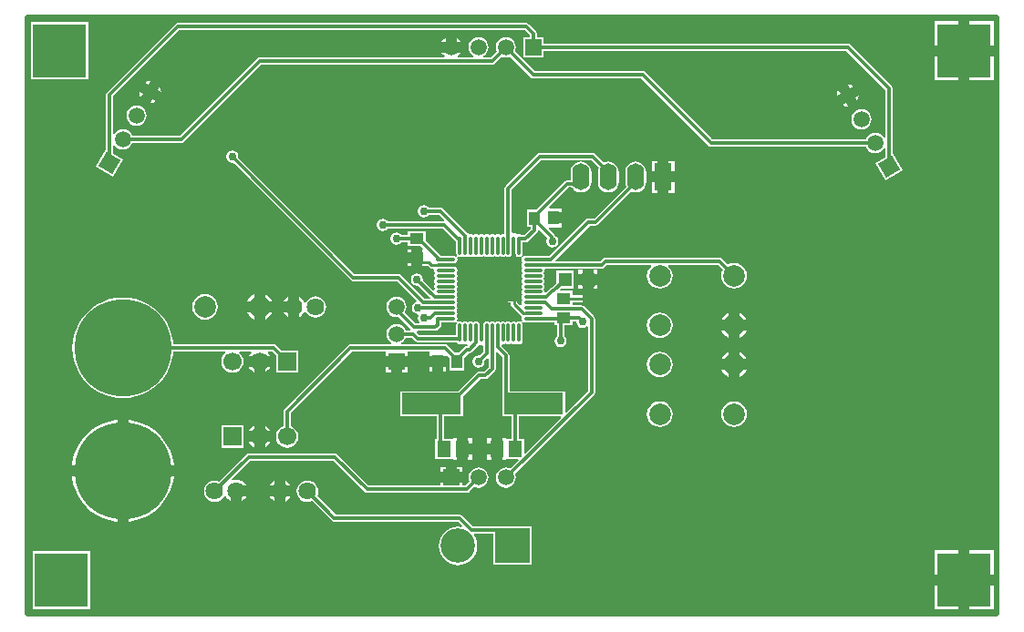
<source format=gbl>
G04*
G04 #@! TF.GenerationSoftware,Altium Limited,Altium Designer,19.1.5 (86)*
G04*
G04 Layer_Physical_Order=2*
G04 Layer_Color=16711680*
%FSLAX25Y25*%
%MOIN*%
G70*
G01*
G75*
%ADD13C,0.01000*%
%ADD14C,0.02000*%
%ADD16R,0.05000X0.05000*%
%ADD20R,0.05118X0.05906*%
%ADD47C,0.01200*%
%ADD48C,0.06693*%
%ADD49R,0.06693X0.06693*%
%ADD50O,0.06299X0.09843*%
%ADD51R,0.06299X0.09843*%
%ADD52C,0.05906*%
%ADD53R,0.05906X0.05906*%
%ADD54C,0.35433*%
%ADD55C,0.06400*%
%ADD56C,0.07900*%
%ADD57C,0.12598*%
%ADD58R,0.12598X0.12598*%
%ADD59P,0.08352X4X165.0*%
%ADD60R,0.05906X0.05906*%
%ADD61P,0.08352X4X105.0*%
%ADD62R,0.19685X0.19685*%
%ADD63R,0.19685X0.19685*%
%ADD64C,0.03000*%
%ADD65O,0.07087X0.01181*%
%ADD66O,0.01181X0.07087*%
%ADD67R,0.21654X0.07874*%
%ADD68R,0.05118X0.03937*%
%ADD69R,0.03937X0.05118*%
G36*
X354500Y276000D02*
Y57500D01*
X0D01*
X0Y57500D01*
Y276000D01*
X354500D01*
X354500Y276000D01*
D02*
G37*
%LPC*%
G36*
X353362Y274622D02*
X344520D01*
Y265779D01*
X353362D01*
Y274622D01*
D02*
G37*
G36*
X340520D02*
X331677D01*
Y265779D01*
X340520D01*
Y274622D01*
D02*
G37*
G36*
X22354Y274322D02*
X1268D01*
Y253237D01*
X22354D01*
Y274322D01*
D02*
G37*
G36*
X353362Y261779D02*
X344520D01*
Y252937D01*
X353362D01*
Y261779D01*
D02*
G37*
G36*
X340520D02*
X331677D01*
Y252937D01*
X340520D01*
Y261779D01*
D02*
G37*
G36*
X236650Y223421D02*
X234500D01*
Y219500D01*
X236650D01*
Y223421D01*
D02*
G37*
G36*
X230500D02*
X228350D01*
Y219500D01*
X230500D01*
Y223421D01*
D02*
G37*
G36*
X182500Y273826D02*
X55000D01*
X54493Y273725D01*
X54063Y273437D01*
X29063Y248437D01*
X28775Y248007D01*
X28675Y247500D01*
Y227676D01*
X28663Y227669D01*
X28663D01*
X25010Y221342D01*
X31337Y217690D01*
X34990Y224016D01*
X31326Y226132D01*
Y229312D01*
X31775Y229481D01*
X31826Y229477D01*
X32395Y228735D01*
X33158Y228149D01*
X34046Y227781D01*
X35000Y227656D01*
X35954Y227781D01*
X36842Y228149D01*
X37605Y228735D01*
X38191Y229498D01*
X38405Y230014D01*
X56340D01*
X56847Y230115D01*
X57277Y230402D01*
X85549Y258675D01*
X170039D01*
X170547Y258775D01*
X170977Y259063D01*
X173558Y261644D01*
X174046Y261441D01*
X175000Y261316D01*
X175954Y261441D01*
X176470Y261655D01*
X184063Y254063D01*
X184493Y253775D01*
X185000Y253675D01*
X224451D01*
X249063Y229063D01*
X249493Y228775D01*
X250000Y228675D01*
X306595D01*
X306809Y228158D01*
X307395Y227395D01*
X308158Y226809D01*
X309046Y226441D01*
X310000Y226316D01*
X310954Y226441D01*
X311842Y226809D01*
X312605Y227395D01*
X313175Y228137D01*
X313225Y228141D01*
X313674Y227973D01*
Y224792D01*
X310010Y222677D01*
X313663Y216350D01*
X319990Y220003D01*
X316337Y226329D01*
X316337D01*
X316325Y226336D01*
Y250000D01*
X316225Y250507D01*
X315937Y250937D01*
X300937Y265937D01*
X300507Y266225D01*
X300000Y266325D01*
X188653D01*
Y268653D01*
X186326D01*
Y270000D01*
X186225Y270507D01*
X185937Y270937D01*
X183437Y273437D01*
X183007Y273725D01*
X182500Y273826D01*
D02*
G37*
G36*
X75000Y227243D02*
X74142Y227072D01*
X73414Y226586D01*
X72928Y225858D01*
X72757Y225000D01*
X72928Y224142D01*
X73414Y223414D01*
X74142Y222928D01*
X75000Y222757D01*
X75307Y222818D01*
X118273Y179852D01*
X118703Y179565D01*
X119211Y179464D01*
X135121D01*
X142393Y172193D01*
X142247Y171714D01*
X142041Y171673D01*
X141313Y171187D01*
X140827Y170459D01*
X140656Y169601D01*
X140827Y168742D01*
X141313Y168015D01*
X142041Y167528D01*
X142764Y167385D01*
X142983Y167031D01*
X143023Y166873D01*
X142928Y166730D01*
X142757Y165871D01*
X142928Y165013D01*
X143387Y164325D01*
X143271Y163826D01*
X141968D01*
X137950Y167844D01*
X138191Y168158D01*
X138559Y169046D01*
X138684Y170000D01*
X138559Y170954D01*
X138191Y171842D01*
X137605Y172605D01*
X136842Y173191D01*
X135954Y173559D01*
X135000Y173684D01*
X134046Y173559D01*
X133158Y173191D01*
X132395Y172605D01*
X131809Y171842D01*
X131441Y170954D01*
X131316Y170000D01*
X131441Y169046D01*
X131809Y168158D01*
X132395Y167395D01*
X133158Y166809D01*
X134046Y166441D01*
X135000Y166316D01*
X135644Y166401D01*
X140219Y161826D01*
X140012Y161326D01*
X138405D01*
X138191Y161842D01*
X137605Y162605D01*
X136842Y163191D01*
X135954Y163559D01*
X135000Y163684D01*
X134046Y163559D01*
X133158Y163191D01*
X132395Y162605D01*
X131809Y161842D01*
X131441Y160954D01*
X131316Y160000D01*
X131441Y159046D01*
X131809Y158158D01*
X132395Y157395D01*
X133137Y156825D01*
X133141Y156775D01*
X132973Y156325D01*
X118203D01*
X117696Y156225D01*
X117266Y155937D01*
X94063Y132734D01*
X93775Y132304D01*
X93674Y131797D01*
Y126331D01*
X92959Y126035D01*
X92114Y125386D01*
X91465Y124541D01*
X91058Y123556D01*
X90919Y122500D01*
X91058Y121444D01*
X91465Y120459D01*
X92114Y119614D01*
X92959Y118965D01*
X93944Y118558D01*
X95000Y118419D01*
X96056Y118558D01*
X97041Y118965D01*
X97886Y119614D01*
X98535Y120459D01*
X98942Y121444D01*
X99081Y122500D01*
X98942Y123556D01*
X98535Y124541D01*
X97886Y125386D01*
X97041Y126035D01*
X96325Y126331D01*
Y131248D01*
X118752Y153674D01*
X131047D01*
Y152000D01*
X135000D01*
X138953D01*
Y153674D01*
X146579D01*
X147031Y153559D01*
Y152000D01*
X150000D01*
X152969D01*
Y152181D01*
X153430Y152372D01*
X154379Y151424D01*
Y146780D01*
X159716D01*
Y151424D01*
X161375Y153083D01*
X161590D01*
X162098Y153184D01*
X162528Y153472D01*
X165006Y155950D01*
X165207Y156251D01*
X165427Y156104D01*
X166047Y155981D01*
X166190Y156009D01*
X166690Y155599D01*
Y153565D01*
X165307Y152182D01*
X165000Y152243D01*
X164142Y152072D01*
X163414Y151586D01*
X162928Y150858D01*
X162757Y150000D01*
X162928Y149142D01*
X163414Y148414D01*
X164142Y147928D01*
X165000Y147757D01*
X165858Y147928D01*
X166586Y148414D01*
X167072Y149142D01*
X167243Y150000D01*
X167182Y150307D01*
X168197Y151322D01*
X168659Y151131D01*
Y148033D01*
X166951Y146326D01*
X165189D01*
X164682Y146225D01*
X164252Y145937D01*
X157451Y139137D01*
X136272D01*
Y129863D01*
X149811D01*
Y121653D01*
X149241D01*
Y114347D01*
X155634D01*
Y114047D01*
X157193D01*
Y118000D01*
Y121953D01*
X155634D01*
Y121653D01*
X152462D01*
Y129863D01*
X159326D01*
Y137262D01*
X165738Y143675D01*
X167500D01*
X168007Y143775D01*
X168437Y144063D01*
X170922Y146547D01*
X171209Y146977D01*
X171310Y147484D01*
Y153327D01*
X171772Y153518D01*
X173649Y151641D01*
Y137837D01*
X173674Y137709D01*
Y129863D01*
X177021D01*
Y121653D01*
X175213D01*
Y121953D01*
X173654D01*
Y118000D01*
Y114047D01*
X175213D01*
Y114347D01*
X179516D01*
X179708Y113885D01*
X176609Y110787D01*
X175954Y111059D01*
X175000Y111184D01*
X174046Y111059D01*
X173158Y110691D01*
X172395Y110105D01*
X171809Y109342D01*
X171441Y108454D01*
X171316Y107500D01*
X171441Y106546D01*
X171809Y105658D01*
X172395Y104895D01*
X173158Y104309D01*
X174046Y103941D01*
X175000Y103816D01*
X175954Y103941D01*
X176842Y104309D01*
X177605Y104895D01*
X178191Y105658D01*
X178559Y106546D01*
X178684Y107500D01*
X178559Y108454D01*
X178402Y108831D01*
X207237Y137666D01*
X207525Y138096D01*
X207626Y138603D01*
Y165619D01*
X207525Y166126D01*
X207237Y166556D01*
X203625Y170169D01*
X203195Y170456D01*
X202687Y170557D01*
X199559D01*
Y171776D01*
X202811D01*
X203000Y171493D01*
Y173000D01*
Y174507D01*
X202811Y174223D01*
X199559D01*
Y175969D01*
X195096D01*
X194905Y176430D01*
X195274Y176800D01*
X199800D01*
Y183200D01*
X193400D01*
Y178674D01*
X191859Y177133D01*
X191455Y177053D01*
X191025Y176766D01*
X189699Y175440D01*
X189534Y175466D01*
X189189Y175637D01*
X189113Y176019D01*
X188828Y176446D01*
Y176554D01*
X189113Y176981D01*
X189214Y177484D01*
X189113Y177988D01*
X188828Y178415D01*
Y178522D01*
X189113Y178949D01*
X189214Y179453D01*
X189113Y179956D01*
X189056Y180042D01*
X188855Y180437D01*
X189056Y180832D01*
X189113Y180918D01*
X189214Y181421D01*
X189113Y181925D01*
X188828Y182352D01*
Y182459D01*
X189113Y182886D01*
X189214Y183390D01*
X189185Y183533D01*
X189576Y184033D01*
X210012D01*
X210519Y184134D01*
X210949Y184421D01*
X211850Y185322D01*
X227958D01*
X228119Y184849D01*
X227943Y184714D01*
X227198Y183743D01*
X226729Y182612D01*
X226570Y181398D01*
X226729Y180184D01*
X227198Y179053D01*
X227943Y178081D01*
X228915Y177336D01*
X230046Y176867D01*
X231260Y176707D01*
X232474Y176867D01*
X233605Y177336D01*
X234576Y178081D01*
X235322Y179053D01*
X235790Y180184D01*
X235950Y181398D01*
X235790Y182612D01*
X235322Y183743D01*
X234576Y184714D01*
X234401Y184849D01*
X234561Y185322D01*
X252626D01*
X254317Y183631D01*
X253895Y182612D01*
X253735Y181398D01*
X253895Y180184D01*
X254363Y179053D01*
X255109Y178081D01*
X256080Y177336D01*
X257211Y176867D01*
X258425Y176707D01*
X259639Y176867D01*
X260770Y177336D01*
X261742Y178081D01*
X262487Y179053D01*
X262955Y180184D01*
X263115Y181398D01*
X262955Y182612D01*
X262487Y183743D01*
X261742Y184714D01*
X260770Y185459D01*
X259639Y185928D01*
X258425Y186088D01*
X257211Y185928D01*
X256192Y185506D01*
X254112Y187585D01*
X253682Y187872D01*
X253175Y187973D01*
X211301D01*
X210794Y187872D01*
X210364Y187585D01*
X209463Y186684D01*
X193293D01*
X193101Y187146D01*
X205675Y199719D01*
X207816D01*
X208323Y199820D01*
X208753Y200107D01*
X220879Y212233D01*
X221495Y211978D01*
X222500Y211845D01*
X223505Y211978D01*
X224441Y212366D01*
X225246Y212983D01*
X225863Y213787D01*
X226251Y214723D01*
X226383Y215728D01*
Y219272D01*
X226251Y220277D01*
X225863Y221213D01*
X225246Y222017D01*
X224441Y222634D01*
X223505Y223022D01*
X222500Y223154D01*
X221495Y223022D01*
X220559Y222634D01*
X219754Y222017D01*
X219137Y221213D01*
X218749Y220277D01*
X218617Y219272D01*
Y215728D01*
X218749Y214723D01*
X219005Y214107D01*
X207267Y202370D01*
X205126D01*
X204618Y202269D01*
X204188Y201982D01*
X190859Y188652D01*
X184945D01*
X184896Y188643D01*
X181992D01*
X181489Y188542D01*
X181310Y188423D01*
X181230Y188370D01*
X180870Y188730D01*
X180923Y188810D01*
X181042Y188989D01*
X181143Y189492D01*
Y192396D01*
X181152Y192445D01*
Y193560D01*
X182236D01*
X182744Y193660D01*
X183174Y193948D01*
X186390Y197164D01*
X186677Y197594D01*
X186755Y197986D01*
X187225Y198223D01*
X190193Y195255D01*
X189928Y194858D01*
X189757Y194000D01*
X189928Y193142D01*
X190414Y192414D01*
X191142Y191928D01*
X192000Y191757D01*
X192858Y191928D01*
X193586Y192414D01*
X194072Y193142D01*
X194243Y194000D01*
X194072Y194858D01*
X193586Y195586D01*
X192907Y196040D01*
X192880Y196175D01*
X192593Y196605D01*
X190718Y198479D01*
X190910Y198941D01*
X195468D01*
Y200500D01*
X192500D01*
Y204500D01*
X195468D01*
Y206059D01*
X190988D01*
X190797Y206521D01*
X198099Y213823D01*
X198810D01*
X198815Y213815D01*
X199245Y213528D01*
X199352Y213507D01*
X199754Y212983D01*
X200559Y212366D01*
X201495Y211978D01*
X202500Y211845D01*
X203505Y211978D01*
X204441Y212366D01*
X205246Y212983D01*
X205863Y213787D01*
X206251Y214723D01*
X206383Y215728D01*
Y219272D01*
X206251Y220277D01*
X205863Y221213D01*
X205246Y222017D01*
X204441Y222634D01*
X203505Y223022D01*
X202500Y223154D01*
X201495Y223022D01*
X200559Y222634D01*
X199754Y222017D01*
X199137Y221213D01*
X198749Y220277D01*
X198617Y219272D01*
Y216474D01*
X197550D01*
X197043Y216373D01*
X196613Y216086D01*
X186247Y205720D01*
X182784D01*
Y199202D01*
X184127D01*
Y198651D01*
X181687Y196211D01*
X180836D01*
X180757Y196328D01*
X180330Y196613D01*
X179827Y196713D01*
X179323Y196613D01*
X179171Y196511D01*
X179005Y196544D01*
X178479Y196896D01*
X177858Y197019D01*
X177715Y196991D01*
X177215Y197401D01*
Y212841D01*
X188049Y223675D01*
X206223D01*
X209005Y220893D01*
X208750Y220277D01*
X208617Y219272D01*
Y215728D01*
X208750Y214723D01*
X209137Y213787D01*
X209754Y212983D01*
X210559Y212366D01*
X211495Y211978D01*
X212500Y211845D01*
X213505Y211978D01*
X214441Y212366D01*
X215246Y212983D01*
X215863Y213787D01*
X216250Y214723D01*
X216383Y215728D01*
Y219272D01*
X216250Y220277D01*
X215863Y221213D01*
X215246Y222017D01*
X214441Y222634D01*
X213505Y223022D01*
X212500Y223154D01*
X211495Y223022D01*
X210879Y222767D01*
X207709Y225937D01*
X207279Y226225D01*
X206772Y226325D01*
X187500D01*
X186993Y226225D01*
X186563Y225937D01*
X174952Y214327D01*
X174665Y213897D01*
X174564Y213390D01*
Y197076D01*
X174064Y196685D01*
X173921Y196713D01*
X173418Y196613D01*
X173332Y196556D01*
X172937Y196355D01*
X172542Y196556D01*
X172456Y196613D01*
X171953Y196713D01*
X171449Y196613D01*
X171364Y196556D01*
X170968Y196355D01*
X170573Y196556D01*
X170488Y196613D01*
X169984Y196713D01*
X169481Y196613D01*
X169395Y196556D01*
X169000Y196355D01*
X168605Y196556D01*
X168519Y196613D01*
X168016Y196713D01*
X167512Y196613D01*
X167085Y196328D01*
X166978D01*
X166551Y196613D01*
X166047Y196713D01*
X165544Y196613D01*
X165458Y196556D01*
X165063Y196355D01*
X164668Y196556D01*
X164582Y196613D01*
X164079Y196713D01*
X163575Y196613D01*
X163490Y196556D01*
X163094Y196355D01*
X162699Y196556D01*
X162614Y196613D01*
X162110Y196713D01*
X161607Y196613D01*
X161159Y196915D01*
X161070Y197049D01*
X152182Y205937D01*
X151752Y206225D01*
X151244Y206326D01*
X146760D01*
X146586Y206586D01*
X145858Y207072D01*
X145000Y207243D01*
X144142Y207072D01*
X143414Y206586D01*
X142928Y205858D01*
X142757Y205000D01*
X142928Y204142D01*
X143414Y203414D01*
X144142Y202928D01*
X145000Y202757D01*
X145858Y202928D01*
X146586Y203414D01*
X146760Y203675D01*
X150696D01*
X152561Y201809D01*
X152554Y201751D01*
X152337Y201325D01*
X131760D01*
X131586Y201586D01*
X130858Y202072D01*
X130000Y202243D01*
X129142Y202072D01*
X128414Y201586D01*
X127928Y200858D01*
X127757Y200000D01*
X127928Y199142D01*
X128414Y198414D01*
X129142Y197928D01*
X130000Y197757D01*
X130858Y197928D01*
X131586Y198414D01*
X131760Y198674D01*
X151951D01*
X156563Y194063D01*
X156848Y193872D01*
Y192445D01*
X156857Y192396D01*
Y189492D01*
X156958Y188989D01*
X157077Y188810D01*
X157130Y188730D01*
X156770Y188370D01*
X156690Y188423D01*
X156511Y188542D01*
X156008Y188643D01*
X153104D01*
X153055Y188652D01*
X151225D01*
X151049Y188916D01*
X145759Y194206D01*
Y197669D01*
X139241D01*
Y196326D01*
X136760D01*
X136586Y196586D01*
X135858Y197072D01*
X135000Y197243D01*
X134142Y197072D01*
X133414Y196586D01*
X132928Y195858D01*
X132757Y195000D01*
X132928Y194142D01*
X133414Y193414D01*
X134142Y192928D01*
X135000Y192757D01*
X135858Y192928D01*
X136586Y193414D01*
X136760Y193675D01*
X139241D01*
Y192332D01*
X143885D01*
X144833Y191383D01*
X144641Y190921D01*
X144539D01*
Y187953D01*
Y184984D01*
X146098D01*
Y184984D01*
X146579Y184938D01*
X147024Y184493D01*
X147421Y184228D01*
X147889Y184135D01*
X148493D01*
X148835Y183635D01*
X148786Y183390D01*
X148887Y182886D01*
X149172Y182459D01*
Y182352D01*
X148887Y181925D01*
X148786Y181421D01*
X148887Y180918D01*
X148944Y180832D01*
X149145Y180437D01*
X148944Y180042D01*
X148887Y179956D01*
X148786Y179453D01*
X148887Y178949D01*
X149172Y178522D01*
Y178415D01*
X148887Y177988D01*
X148786Y177484D01*
X148887Y176981D01*
X148944Y176895D01*
X149109Y176570D01*
X148894Y176107D01*
X148406Y175969D01*
X144682Y179693D01*
X144743Y180000D01*
X144572Y180858D01*
X144086Y181586D01*
X143358Y182072D01*
X142500Y182243D01*
X141642Y182072D01*
X140914Y181586D01*
X140428Y180858D01*
X140257Y180000D01*
X140428Y179142D01*
X140914Y178414D01*
X141642Y177928D01*
X142500Y177757D01*
X142807Y177818D01*
X147259Y173366D01*
X147068Y172904D01*
X145430D01*
X136608Y181727D01*
X136178Y182014D01*
X135670Y182115D01*
X119760D01*
X77182Y224693D01*
X77243Y225000D01*
X77072Y225858D01*
X76586Y226586D01*
X75858Y227072D01*
X75000Y227243D01*
D02*
G37*
G36*
X236650Y215500D02*
X234500D01*
Y211579D01*
X236650D01*
Y215500D01*
D02*
G37*
G36*
X230500D02*
X228350D01*
Y211579D01*
X230500D01*
Y215500D01*
D02*
G37*
G36*
X140539Y190921D02*
X138980D01*
Y189953D01*
X140539D01*
Y190921D01*
D02*
G37*
G36*
Y185953D02*
X138980D01*
Y184984D01*
X140539D01*
Y185953D01*
D02*
G37*
G36*
X208500Y183500D02*
X207000D01*
Y182000D01*
X208500D01*
Y183500D01*
D02*
G37*
G36*
X203000D02*
X201500D01*
Y182000D01*
X203000D01*
Y183500D01*
D02*
G37*
G36*
X208500Y178000D02*
X207000D01*
Y176500D01*
X208500D01*
Y178000D01*
D02*
G37*
G36*
X203000D02*
X201500D01*
Y176500D01*
X203000D01*
Y178000D01*
D02*
G37*
G36*
X87000Y174529D02*
Y172000D01*
X89529D01*
X89324Y172496D01*
X88530Y173530D01*
X87496Y174324D01*
X87000Y174529D01*
D02*
G37*
G36*
X95500Y173718D02*
X95382Y173669D01*
X94504Y172995D01*
X93831Y172118D01*
X93782Y172000D01*
X95500D01*
Y173718D01*
D02*
G37*
G36*
X83000Y174529D02*
X82504Y174324D01*
X81470Y173530D01*
X80676Y172496D01*
X80471Y172000D01*
X83000D01*
Y174529D01*
D02*
G37*
G36*
X105374Y173934D02*
X104356Y173800D01*
X103407Y173407D01*
X102593Y172782D01*
X101967Y171967D01*
X101870Y171732D01*
X101329D01*
X101169Y172118D01*
X100496Y172995D01*
X99618Y173669D01*
X99500Y173718D01*
Y170000D01*
Y166282D01*
X99618Y166331D01*
X100496Y167005D01*
X101169Y167882D01*
X101329Y168268D01*
X101870D01*
X101967Y168033D01*
X102593Y167218D01*
X103407Y166593D01*
X104356Y166200D01*
X105374Y166066D01*
X106392Y166200D01*
X107341Y166593D01*
X108156Y167218D01*
X108781Y168033D01*
X109174Y168982D01*
X109308Y170000D01*
X109174Y171018D01*
X108781Y171967D01*
X108156Y172782D01*
X107341Y173407D01*
X106392Y173800D01*
X105374Y173934D01*
D02*
G37*
G36*
X95500Y168000D02*
X93782D01*
X93831Y167882D01*
X94504Y167005D01*
X95382Y166331D01*
X95500Y166282D01*
Y168000D01*
D02*
G37*
G36*
X89529D02*
X87000D01*
Y165471D01*
X87496Y165676D01*
X88530Y166470D01*
X89324Y167504D01*
X89529Y168000D01*
D02*
G37*
G36*
X83000D02*
X80471D01*
X80676Y167504D01*
X81470Y166470D01*
X82504Y165676D01*
X83000Y165471D01*
Y168000D01*
D02*
G37*
G36*
X65000Y174690D02*
X63786Y174530D01*
X62655Y174062D01*
X61684Y173316D01*
X60938Y172345D01*
X60470Y171214D01*
X60310Y170000D01*
X60470Y168786D01*
X60938Y167655D01*
X61684Y166684D01*
X62655Y165938D01*
X63786Y165470D01*
X65000Y165310D01*
X66214Y165470D01*
X67345Y165938D01*
X68316Y166684D01*
X69062Y167655D01*
X69530Y168786D01*
X69690Y170000D01*
X69530Y171214D01*
X69062Y172345D01*
X68316Y173316D01*
X67345Y174062D01*
X66214Y174530D01*
X65000Y174690D01*
D02*
G37*
G36*
X260425Y167817D02*
Y165287D01*
X262955D01*
X262749Y165784D01*
X261956Y166818D01*
X260922Y167611D01*
X260425Y167817D01*
D02*
G37*
G36*
X256425Y167817D02*
X255929Y167611D01*
X254895Y166818D01*
X254101Y165784D01*
X253896Y165287D01*
X256425D01*
Y167817D01*
D02*
G37*
G36*
Y161287D02*
X253896D01*
X254101Y160791D01*
X254895Y159757D01*
X255929Y158964D01*
X256425Y158758D01*
Y161287D01*
D02*
G37*
G36*
X262955D02*
X260425D01*
Y158758D01*
X260922Y158964D01*
X261956Y159757D01*
X262749Y160791D01*
X262955Y161287D01*
D02*
G37*
G36*
X231260Y167977D02*
X230046Y167818D01*
X228915Y167349D01*
X227943Y166604D01*
X227198Y165632D01*
X226729Y164501D01*
X226570Y163287D01*
X226729Y162074D01*
X227198Y160942D01*
X227943Y159971D01*
X228915Y159226D01*
X230046Y158757D01*
X231260Y158597D01*
X232474Y158757D01*
X233605Y159226D01*
X234576Y159971D01*
X235322Y160942D01*
X235790Y162074D01*
X235950Y163287D01*
X235790Y164501D01*
X235322Y165632D01*
X234576Y166604D01*
X233605Y167349D01*
X232474Y167818D01*
X231260Y167977D01*
D02*
G37*
G36*
X260425Y153427D02*
Y150898D01*
X262955D01*
X262749Y151394D01*
X261956Y152428D01*
X260922Y153221D01*
X260425Y153427D01*
D02*
G37*
G36*
X256425Y153427D02*
X255929Y153221D01*
X254895Y152428D01*
X254101Y151394D01*
X253896Y150898D01*
X256425D01*
Y153427D01*
D02*
G37*
G36*
X152969Y148000D02*
X152000D01*
Y146441D01*
X152969D01*
Y148000D01*
D02*
G37*
G36*
X148000D02*
X147031D01*
Y146441D01*
X148000D01*
Y148000D01*
D02*
G37*
G36*
X88876D02*
X87000D01*
Y146124D01*
X87192Y146203D01*
X88100Y146900D01*
X88797Y147808D01*
X88876Y148000D01*
D02*
G37*
G36*
X83000D02*
X81124D01*
X81203Y147808D01*
X81900Y146900D01*
X82808Y146203D01*
X83000Y146124D01*
Y148000D01*
D02*
G37*
G36*
X138953D02*
X137000D01*
Y146047D01*
X138953D01*
Y148000D01*
D02*
G37*
G36*
X133000D02*
X131047D01*
Y146047D01*
X133000D01*
Y148000D01*
D02*
G37*
G36*
X35000Y173456D02*
X32591Y173298D01*
X30223Y172827D01*
X27937Y172051D01*
X25772Y170983D01*
X23765Y169642D01*
X21950Y168050D01*
X20358Y166235D01*
X19017Y164228D01*
X17949Y162063D01*
X17173Y159777D01*
X16702Y157409D01*
X16544Y155000D01*
X16702Y152591D01*
X17173Y150223D01*
X17949Y147937D01*
X19017Y145772D01*
X20358Y143765D01*
X21950Y141950D01*
X23765Y140358D01*
X25772Y139017D01*
X27937Y137949D01*
X30223Y137173D01*
X32591Y136702D01*
X35000Y136544D01*
X37409Y136702D01*
X39777Y137173D01*
X42063Y137949D01*
X44228Y139017D01*
X46235Y140358D01*
X48050Y141950D01*
X49642Y143765D01*
X50983Y145772D01*
X52051Y147937D01*
X52827Y150223D01*
X53298Y152591D01*
X53369Y153674D01*
X72320D01*
X72490Y153174D01*
X72114Y152886D01*
X71465Y152041D01*
X71058Y151056D01*
X70919Y150000D01*
X71058Y148944D01*
X71465Y147959D01*
X72114Y147114D01*
X72959Y146465D01*
X73944Y146058D01*
X75000Y145919D01*
X76056Y146058D01*
X77041Y146465D01*
X77886Y147114D01*
X78535Y147959D01*
X78942Y148944D01*
X79081Y150000D01*
X78942Y151056D01*
X78535Y152041D01*
X77886Y152886D01*
X77510Y153174D01*
X77680Y153674D01*
X81871D01*
X82032Y153201D01*
X81900Y153100D01*
X81203Y152192D01*
X81124Y152000D01*
X85000D01*
X88876D01*
X88797Y152192D01*
X88100Y153100D01*
X87968Y153201D01*
X88129Y153674D01*
X89451D01*
X90953Y152172D01*
Y145954D01*
X99046D01*
Y154046D01*
X92828D01*
X90937Y155937D01*
X90507Y156225D01*
X90000Y156325D01*
X53369D01*
X53298Y157409D01*
X52827Y159777D01*
X52051Y162063D01*
X50983Y164228D01*
X49642Y166235D01*
X48050Y168050D01*
X46235Y169642D01*
X44228Y170983D01*
X42063Y172051D01*
X39777Y172827D01*
X37409Y173298D01*
X35000Y173456D01*
D02*
G37*
G36*
X256425Y146898D02*
X253896D01*
X254101Y146401D01*
X254895Y145367D01*
X255929Y144574D01*
X256425Y144368D01*
Y146898D01*
D02*
G37*
G36*
X262955D02*
X260425D01*
Y144368D01*
X260922Y144574D01*
X261956Y145367D01*
X262749Y146401D01*
X262955Y146898D01*
D02*
G37*
G36*
X231260Y153588D02*
X230046Y153428D01*
X228915Y152959D01*
X227943Y152214D01*
X227198Y151243D01*
X226729Y150111D01*
X226570Y148898D01*
X226729Y147684D01*
X227198Y146553D01*
X227943Y145581D01*
X228915Y144836D01*
X230046Y144367D01*
X231260Y144208D01*
X232474Y144367D01*
X233605Y144836D01*
X234576Y145581D01*
X235322Y146553D01*
X235790Y147684D01*
X235950Y148898D01*
X235790Y150111D01*
X235322Y151243D01*
X234576Y152214D01*
X233605Y152959D01*
X232474Y153428D01*
X231260Y153588D01*
D02*
G37*
G36*
X258425Y135477D02*
X257211Y135318D01*
X256080Y134849D01*
X255109Y134104D01*
X254363Y133133D01*
X253895Y132001D01*
X253735Y130787D01*
X253895Y129574D01*
X254363Y128442D01*
X255109Y127471D01*
X256080Y126726D01*
X257211Y126257D01*
X258425Y126097D01*
X259639Y126257D01*
X260770Y126726D01*
X261742Y127471D01*
X262487Y128442D01*
X262955Y129574D01*
X263115Y130787D01*
X262955Y132001D01*
X262487Y133133D01*
X261742Y134104D01*
X260770Y134849D01*
X259639Y135318D01*
X258425Y135477D01*
D02*
G37*
G36*
X231260D02*
X230046Y135318D01*
X228915Y134849D01*
X227943Y134104D01*
X227198Y133133D01*
X226729Y132001D01*
X226570Y130787D01*
X226729Y129574D01*
X227198Y128442D01*
X227943Y127471D01*
X228915Y126726D01*
X230046Y126257D01*
X231260Y126097D01*
X232474Y126257D01*
X233605Y126726D01*
X234576Y127471D01*
X235322Y128442D01*
X235790Y129574D01*
X235950Y130787D01*
X235790Y132001D01*
X235322Y133133D01*
X234576Y134104D01*
X233605Y134849D01*
X232474Y135318D01*
X231260Y135477D01*
D02*
G37*
G36*
X87000Y126376D02*
Y124500D01*
X88876D01*
X88797Y124692D01*
X88100Y125600D01*
X87192Y126297D01*
X87000Y126376D01*
D02*
G37*
G36*
X83000D02*
X82808Y126297D01*
X81900Y125600D01*
X81203Y124692D01*
X81124Y124500D01*
X83000D01*
Y126376D01*
D02*
G37*
G36*
X169654Y121953D02*
X168095D01*
Y120000D01*
X169654D01*
Y121953D01*
D02*
G37*
G36*
X162752D02*
X161193D01*
Y120000D01*
X162752D01*
Y121953D01*
D02*
G37*
G36*
X88876Y120500D02*
X87000D01*
Y118624D01*
X87192Y118703D01*
X88100Y119400D01*
X88797Y120308D01*
X88876Y120500D01*
D02*
G37*
G36*
X83000D02*
X81124D01*
X81203Y120308D01*
X81900Y119400D01*
X82808Y118703D01*
X83000Y118624D01*
Y120500D01*
D02*
G37*
G36*
X79046Y126547D02*
X70954D01*
Y118454D01*
X79046D01*
Y126547D01*
D02*
G37*
G36*
X169654Y116000D02*
X168095D01*
Y114047D01*
X169654D01*
Y116000D01*
D02*
G37*
G36*
X162752Y116000D02*
X161193D01*
Y114047D01*
X162752D01*
Y116000D01*
D02*
G37*
G36*
X37000Y128626D02*
Y112000D01*
X53626D01*
X53596Y112448D01*
X53118Y114855D01*
X52329Y117178D01*
X51244Y119378D01*
X49881Y121418D01*
X48263Y123263D01*
X46418Y124881D01*
X44378Y126244D01*
X42178Y127329D01*
X39855Y128118D01*
X37448Y128596D01*
X37000Y128626D01*
D02*
G37*
G36*
X33000D02*
X32552Y128596D01*
X30145Y128118D01*
X27822Y127329D01*
X25622Y126244D01*
X23582Y124881D01*
X21737Y123263D01*
X20119Y121418D01*
X18756Y119378D01*
X17671Y117178D01*
X16882Y114855D01*
X16404Y112448D01*
X16374Y112000D01*
X33000D01*
Y128626D01*
D02*
G37*
G36*
X158953Y111453D02*
X157000D01*
Y109500D01*
X158953D01*
Y111453D01*
D02*
G37*
G36*
X153000D02*
X151047D01*
Y109500D01*
X153000D01*
Y111453D01*
D02*
G37*
G36*
X94500Y106218D02*
Y104500D01*
X96218D01*
X96169Y104618D01*
X95495Y105496D01*
X94618Y106169D01*
X94500Y106218D01*
D02*
G37*
G36*
X90500D02*
X90382Y106169D01*
X89504Y105496D01*
X88831Y104618D01*
X88782Y104500D01*
X90500D01*
Y106218D01*
D02*
G37*
G36*
X112500Y116325D02*
X81063D01*
X80556Y116225D01*
X80126Y115937D01*
X70223Y106034D01*
X69581Y106300D01*
X68563Y106434D01*
X67545Y106300D01*
X66596Y105907D01*
X65781Y105281D01*
X65156Y104467D01*
X64763Y103518D01*
X64629Y102500D01*
X64763Y101482D01*
X65156Y100533D01*
X65781Y99718D01*
X66596Y99093D01*
X67545Y98700D01*
X68563Y98566D01*
X69581Y98700D01*
X70530Y99093D01*
X71345Y99718D01*
X71970Y100533D01*
X72067Y100768D01*
X72608D01*
X72768Y100382D01*
X73441Y99505D01*
X74319Y98831D01*
X74437Y98782D01*
Y102500D01*
X76437D01*
Y104500D01*
X80155D01*
X80106Y104618D01*
X79432Y105496D01*
X78555Y106169D01*
X77533Y106592D01*
X76437Y106736D01*
X75341Y106592D01*
X75163Y106518D01*
X74880Y106942D01*
X81612Y113674D01*
X111951D01*
X123316Y102310D01*
X123746Y102023D01*
X124253Y101922D01*
X160747D01*
X161255Y102023D01*
X161685Y102310D01*
X163530Y104155D01*
X164046Y103941D01*
X165000Y103816D01*
X165954Y103941D01*
X166842Y104309D01*
X167605Y104895D01*
X168191Y105658D01*
X168559Y106546D01*
X168684Y107500D01*
X168559Y108454D01*
X168191Y109342D01*
X167605Y110105D01*
X166842Y110691D01*
X165954Y111059D01*
X165000Y111184D01*
X164046Y111059D01*
X163158Y110691D01*
X162395Y110105D01*
X161809Y109342D01*
X161441Y108454D01*
X161316Y107500D01*
X161441Y106546D01*
X161655Y106030D01*
X160198Y104573D01*
X158953D01*
Y105500D01*
X151047D01*
Y104573D01*
X124802D01*
X113437Y115937D01*
X113007Y116225D01*
X112500Y116325D01*
D02*
G37*
G36*
X96218Y100500D02*
X94500D01*
Y98782D01*
X94618Y98831D01*
X95495Y99505D01*
X96169Y100382D01*
X96218Y100500D01*
D02*
G37*
G36*
X80155D02*
X78437D01*
Y98782D01*
X78555Y98831D01*
X79432Y99505D01*
X80106Y100382D01*
X80155Y100500D01*
D02*
G37*
G36*
X90500D02*
X88782D01*
X88831Y100382D01*
X89504Y99505D01*
X90382Y98831D01*
X90500Y98782D01*
Y100500D01*
D02*
G37*
G36*
X53626Y108000D02*
X37000D01*
Y91374D01*
X37448Y91404D01*
X39855Y91882D01*
X42178Y92671D01*
X44378Y93756D01*
X46418Y95119D01*
X48263Y96737D01*
X49881Y98582D01*
X51244Y100622D01*
X52329Y102822D01*
X53118Y105145D01*
X53596Y107552D01*
X53626Y108000D01*
D02*
G37*
G36*
X33000D02*
X16374D01*
X16404Y107552D01*
X16882Y105145D01*
X17671Y102822D01*
X18756Y100622D01*
X20119Y98582D01*
X21737Y96737D01*
X23582Y95119D01*
X25622Y93756D01*
X27822Y92671D01*
X30145Y91882D01*
X32552Y91404D01*
X33000Y91374D01*
Y108000D01*
D02*
G37*
G36*
X102500Y106434D02*
X101482Y106300D01*
X100533Y105907D01*
X99718Y105281D01*
X99093Y104467D01*
X98700Y103518D01*
X98566Y102500D01*
X98700Y101482D01*
X99093Y100533D01*
X99718Y99718D01*
X100533Y99093D01*
X101482Y98700D01*
X102500Y98566D01*
X103518Y98700D01*
X104159Y98966D01*
X111263Y91863D01*
X111693Y91575D01*
X112200Y91474D01*
X157398D01*
X159041Y89832D01*
X158756Y89409D01*
X157500Y89533D01*
X156128Y89398D01*
X154809Y88998D01*
X153593Y88348D01*
X152527Y87473D01*
X151652Y86407D01*
X151002Y85191D01*
X150602Y83872D01*
X150467Y82500D01*
X150602Y81128D01*
X151002Y79809D01*
X151652Y78593D01*
X152527Y77527D01*
X153593Y76652D01*
X154809Y76002D01*
X156128Y75602D01*
X157500Y75467D01*
X158872Y75602D01*
X160191Y76002D01*
X161407Y76652D01*
X162473Y77527D01*
X163348Y78593D01*
X163998Y79809D01*
X164398Y81128D01*
X164533Y82500D01*
X164398Y83872D01*
X163998Y85191D01*
X163366Y86374D01*
X163444Y86651D01*
X163550Y86874D01*
X170501D01*
Y75501D01*
X184499D01*
Y89499D01*
X171929D01*
X171801Y89525D01*
X163097D01*
X158884Y93737D01*
X158454Y94025D01*
X157947Y94125D01*
X112749D01*
X106034Y100840D01*
X106300Y101482D01*
X106434Y102500D01*
X106300Y103518D01*
X105907Y104467D01*
X105281Y105281D01*
X104467Y105907D01*
X103518Y106300D01*
X102500Y106434D01*
D02*
G37*
G36*
X353343Y80843D02*
X344500D01*
Y72000D01*
X353343D01*
Y80843D01*
D02*
G37*
G36*
X340500D02*
X331658D01*
Y72000D01*
X340500D01*
Y80843D01*
D02*
G37*
G36*
X23043Y80542D02*
X1957D01*
Y59457D01*
X23043D01*
Y80542D01*
D02*
G37*
G36*
X353343Y68000D02*
X344500D01*
Y59158D01*
X353343D01*
Y68000D01*
D02*
G37*
G36*
X340500D02*
X331658D01*
Y59158D01*
X340500D01*
Y68000D01*
D02*
G37*
%LPD*%
G36*
X183675Y269451D02*
Y268653D01*
X181347D01*
Y261347D01*
X188653D01*
Y263674D01*
X299451D01*
X313674Y249451D01*
Y232027D01*
X313225Y231859D01*
X313175Y231863D01*
X312605Y232605D01*
X311842Y233191D01*
X310954Y233559D01*
X310000Y233684D01*
X309046Y233559D01*
X308158Y233191D01*
X307395Y232605D01*
X306809Y231842D01*
X306595Y231326D01*
X250549D01*
X225937Y255937D01*
X225507Y256225D01*
X225000Y256326D01*
X185549D01*
X178345Y263530D01*
X178559Y264046D01*
X178684Y265000D01*
X178559Y265954D01*
X178191Y266842D01*
X177605Y267605D01*
X176842Y268191D01*
X175954Y268559D01*
X175000Y268684D01*
X174046Y268559D01*
X173158Y268191D01*
X172395Y267605D01*
X171809Y266842D01*
X171441Y265954D01*
X171316Y265000D01*
X171441Y264046D01*
X171667Y263502D01*
X169490Y261326D01*
X167027D01*
X166859Y261775D01*
X166863Y261825D01*
X167605Y262395D01*
X168191Y263158D01*
X168559Y264046D01*
X168684Y265000D01*
X168559Y265954D01*
X168191Y266842D01*
X167605Y267605D01*
X166842Y268191D01*
X165954Y268559D01*
X165000Y268684D01*
X164046Y268559D01*
X163158Y268191D01*
X162395Y267605D01*
X161809Y266842D01*
X161441Y265954D01*
X161316Y265000D01*
X161441Y264046D01*
X161809Y263158D01*
X162395Y262395D01*
X163137Y261825D01*
X163141Y261775D01*
X162973Y261326D01*
X157526D01*
X157356Y261825D01*
X157819Y262181D01*
X158448Y263000D01*
X155000D01*
X151552D01*
X152181Y262181D01*
X152644Y261825D01*
X152474Y261326D01*
X85000D01*
X84493Y261225D01*
X84063Y260937D01*
X55791Y232665D01*
X38405D01*
X38191Y233182D01*
X37605Y233945D01*
X36842Y234530D01*
X35954Y234898D01*
X35000Y235024D01*
X34046Y234898D01*
X33158Y234530D01*
X32395Y233945D01*
X31826Y233203D01*
X31775Y233199D01*
X31326Y233367D01*
Y246951D01*
X55549Y271175D01*
X181951D01*
X183675Y269451D01*
D02*
G37*
%LPC*%
G36*
X157000Y268448D02*
Y267000D01*
X158448D01*
X157819Y267819D01*
X157000Y268448D01*
D02*
G37*
G36*
X153000D02*
X152181Y267819D01*
X151552Y267000D01*
X153000D01*
Y268448D01*
D02*
G37*
G36*
X44992Y252646D02*
X43968Y252511D01*
X43014Y252116D01*
X44268Y251392D01*
X44992Y252646D01*
D02*
G37*
G36*
X300008Y251306D02*
X300732Y250052D01*
X301986Y250776D01*
X301032Y251171D01*
X300008Y251306D01*
D02*
G37*
G36*
X48456Y250646D02*
X47732Y249392D01*
X48986Y248668D01*
X48851Y249692D01*
X48456Y250646D01*
D02*
G37*
G36*
X296544Y249306D02*
X296149Y248352D01*
X296014Y247329D01*
X297268Y248053D01*
X296544Y249306D01*
D02*
G37*
G36*
X41014Y248652D02*
X41149Y247628D01*
X41544Y246674D01*
X42268Y247928D01*
X41014Y248652D01*
D02*
G37*
G36*
X303986Y247312D02*
X302732Y246588D01*
X303456Y245335D01*
X303851Y246289D01*
X303986Y247312D01*
D02*
G37*
G36*
X45732Y245928D02*
X45008Y244674D01*
X46032Y244809D01*
X46986Y245204D01*
X45732Y245928D01*
D02*
G37*
G36*
X299268Y244588D02*
X298014Y243865D01*
X298968Y243470D01*
X299992Y243335D01*
X299268Y244588D01*
D02*
G37*
G36*
X40000Y243684D02*
X39046Y243559D01*
X38158Y243191D01*
X37395Y242605D01*
X36809Y241842D01*
X36441Y240954D01*
X36316Y240000D01*
X36441Y239046D01*
X36809Y238158D01*
X37395Y237395D01*
X38158Y236809D01*
X39046Y236441D01*
X40000Y236316D01*
X40954Y236441D01*
X41842Y236809D01*
X42605Y237395D01*
X43191Y238158D01*
X43559Y239046D01*
X43684Y240000D01*
X43559Y240954D01*
X43191Y241842D01*
X42605Y242605D01*
X41842Y243191D01*
X40954Y243559D01*
X40000Y243684D01*
D02*
G37*
G36*
X305000Y242344D02*
X304046Y242219D01*
X303158Y241851D01*
X302395Y241265D01*
X301809Y240502D01*
X301441Y239614D01*
X301316Y238660D01*
X301441Y237707D01*
X301809Y236818D01*
X302395Y236055D01*
X303158Y235470D01*
X304046Y235102D01*
X305000Y234976D01*
X305954Y235102D01*
X306842Y235470D01*
X307605Y236055D01*
X308191Y236818D01*
X308559Y237707D01*
X308684Y238660D01*
X308559Y239614D01*
X308191Y240502D01*
X307605Y241265D01*
X306842Y241851D01*
X305954Y242219D01*
X305000Y242344D01*
D02*
G37*
%LPD*%
G36*
X178511Y192396D02*
Y189492D01*
X178611Y188988D01*
X178896Y188562D01*
X179170Y188378D01*
X179171Y188378D01*
X179323Y188277D01*
X179827Y188176D01*
X180330Y188277D01*
X180509Y188396D01*
X180588Y188449D01*
X180949Y188089D01*
X180896Y188009D01*
X180777Y187830D01*
X180676Y187327D01*
X180777Y186823D01*
X180834Y186738D01*
X181034Y186343D01*
X180834Y185947D01*
X180777Y185862D01*
X180676Y185358D01*
X180777Y184855D01*
X180834Y184769D01*
X181034Y184374D01*
X180834Y183979D01*
X180777Y183893D01*
X180676Y183390D01*
X180777Y182886D01*
X181062Y182459D01*
Y182352D01*
X180777Y181925D01*
X180676Y181421D01*
X180777Y180918D01*
X180834Y180832D01*
X181034Y180437D01*
X180834Y180042D01*
X180777Y179956D01*
X180676Y179453D01*
X180777Y178949D01*
X181062Y178522D01*
Y178415D01*
X180777Y177988D01*
X180676Y177484D01*
X180777Y176981D01*
X181062Y176554D01*
Y176446D01*
X180777Y176019D01*
X180676Y175516D01*
X180777Y175012D01*
X180834Y174927D01*
X181034Y174531D01*
X180834Y174136D01*
X180777Y174051D01*
X180676Y173547D01*
X180777Y173044D01*
X181062Y172617D01*
Y172509D01*
X180777Y172082D01*
X180676Y171579D01*
X180777Y171075D01*
X180848Y170969D01*
X180744Y170749D01*
X180146Y170654D01*
X179180Y171620D01*
Y172000D01*
X175493D01*
X176024Y171645D01*
X176733Y171504D01*
Y171113D01*
X176826Y170645D01*
X177092Y170248D01*
X180529Y166811D01*
X180719Y166684D01*
X180845Y166495D01*
X180878Y166329D01*
X180777Y166177D01*
X180676Y165673D01*
X180777Y165170D01*
X180949Y164911D01*
X180588Y164551D01*
X180330Y164724D01*
X179827Y164824D01*
X179323Y164724D01*
X179238Y164666D01*
X178842Y164466D01*
X178447Y164666D01*
X178362Y164724D01*
X177858Y164824D01*
X177355Y164724D01*
X176928Y164438D01*
X176820D01*
X176393Y164724D01*
X175890Y164824D01*
X175386Y164724D01*
X175301Y164666D01*
X174906Y164466D01*
X174510Y164666D01*
X174425Y164724D01*
X173921Y164824D01*
X173418Y164724D01*
X173332Y164666D01*
X172937Y164466D01*
X172542Y164666D01*
X172456Y164724D01*
X171953Y164824D01*
X171449Y164724D01*
X171364Y164666D01*
X170968Y164466D01*
X170573Y164666D01*
X170488Y164724D01*
X169984Y164824D01*
X169481Y164724D01*
X169395Y164666D01*
X169000Y164466D01*
X168605Y164666D01*
X168519Y164724D01*
X168016Y164824D01*
X167512Y164724D01*
X167360Y164622D01*
X167359Y164622D01*
X167085Y164438D01*
X166800Y164012D01*
X166700Y163508D01*
Y160603D01*
X166690Y160555D01*
X165404D01*
X165395Y160603D01*
Y163508D01*
X165295Y164012D01*
X165009Y164438D01*
X164735Y164622D01*
X164735Y164622D01*
X164582Y164724D01*
X164079Y164824D01*
X163575Y164724D01*
X163490Y164666D01*
X163094Y164466D01*
X162699Y164666D01*
X162614Y164724D01*
X162110Y164824D01*
X161607Y164724D01*
X161180Y164438D01*
X161072D01*
X160645Y164724D01*
X160142Y164824D01*
X159638Y164724D01*
X159553Y164666D01*
X159158Y164466D01*
X158762Y164666D01*
X158677Y164724D01*
X158173Y164824D01*
X157670Y164724D01*
X157412Y164551D01*
X157051Y164911D01*
X157223Y165170D01*
X157324Y165673D01*
X157223Y166177D01*
X156938Y166604D01*
Y166711D01*
X157223Y167138D01*
X157324Y167642D01*
X157223Y168145D01*
X156938Y168572D01*
Y168680D01*
X157223Y169107D01*
X157324Y169610D01*
X157223Y170114D01*
X157166Y170199D01*
X156966Y170595D01*
X157166Y170990D01*
X157223Y171075D01*
X157324Y171579D01*
X157223Y172082D01*
X156938Y172509D01*
Y172617D01*
X157223Y173044D01*
X157324Y173547D01*
X157223Y174051D01*
X157166Y174136D01*
X156966Y174531D01*
X157166Y174927D01*
X157223Y175012D01*
X157324Y175516D01*
X157223Y176019D01*
X157166Y176105D01*
X156966Y176500D01*
X157166Y176895D01*
X157223Y176981D01*
X157324Y177484D01*
X157223Y177988D01*
X156938Y178415D01*
Y178522D01*
X157223Y178949D01*
X157324Y179453D01*
X157223Y179956D01*
X157166Y180042D01*
X156966Y180437D01*
X157166Y180832D01*
X157223Y180918D01*
X157324Y181421D01*
X157223Y181925D01*
X156938Y182352D01*
Y182459D01*
X157223Y182886D01*
X157324Y183390D01*
X157223Y183893D01*
X157122Y184046D01*
X157122Y184046D01*
X156938Y184320D01*
X156511Y184606D01*
X156008Y184706D01*
X153055D01*
Y186001D01*
X153103Y186011D01*
X156008D01*
X156511Y186111D01*
X156938Y186396D01*
X157122Y186670D01*
X157122Y186671D01*
X157223Y186823D01*
X157324Y187327D01*
X157223Y187830D01*
X157104Y188009D01*
X157051Y188089D01*
X157412Y188449D01*
X157491Y188396D01*
X157670Y188277D01*
X158173Y188176D01*
X158677Y188277D01*
X158762Y188334D01*
X159158Y188534D01*
X159553Y188334D01*
X159638Y188277D01*
X160142Y188176D01*
X160645Y188277D01*
X160731Y188334D01*
X161126Y188534D01*
X161521Y188334D01*
X161607Y188277D01*
X162110Y188176D01*
X162614Y188277D01*
X162699Y188334D01*
X163094Y188534D01*
X163490Y188334D01*
X163575Y188277D01*
X164079Y188176D01*
X164582Y188277D01*
X164668Y188334D01*
X165063Y188534D01*
X165458Y188334D01*
X165544Y188277D01*
X166047Y188176D01*
X166551Y188277D01*
X166978Y188562D01*
X167085D01*
X167512Y188277D01*
X168016Y188176D01*
X168519Y188277D01*
X168605Y188334D01*
X169000Y188534D01*
X169395Y188334D01*
X169481Y188277D01*
X169984Y188176D01*
X170488Y188277D01*
X170573Y188334D01*
X170968Y188534D01*
X171364Y188334D01*
X171449Y188277D01*
X171953Y188176D01*
X172456Y188277D01*
X172542Y188334D01*
X172937Y188534D01*
X173332Y188334D01*
X173418Y188277D01*
X173921Y188176D01*
X174425Y188277D01*
X174510Y188334D01*
X174906Y188534D01*
X175301Y188334D01*
X175386Y188277D01*
X175890Y188176D01*
X176393Y188277D01*
X176546Y188378D01*
X176546Y188378D01*
X176820Y188562D01*
X177106Y188988D01*
X177206Y189492D01*
Y192396D01*
X177215Y192445D01*
X178501D01*
X178511Y192396D01*
D02*
G37*
G36*
X157130Y164270D02*
X156958Y164011D01*
X156857Y163508D01*
Y160604D01*
X156848Y160555D01*
Y159799D01*
X143307D01*
X142432Y160675D01*
X142639Y161174D01*
X149233D01*
X149741Y161275D01*
X150171Y161563D01*
X151049Y162441D01*
X151336Y162871D01*
X151437Y163378D01*
Y164348D01*
X153055D01*
X153104Y164357D01*
X156008D01*
X156511Y164458D01*
X156770Y164630D01*
X157130Y164270D01*
D02*
G37*
G36*
X200796Y164539D02*
X200967Y163681D01*
X201453Y162953D01*
X202181Y162467D01*
X203039Y162296D01*
X203898Y162467D01*
X204474Y162852D01*
X204975Y162644D01*
Y139152D01*
X197189Y131367D01*
X196728Y131559D01*
Y139137D01*
X176300D01*
Y152190D01*
X176199Y152698D01*
X175911Y153128D01*
X173526Y155514D01*
X173547Y155914D01*
X173921Y156287D01*
X174425Y156387D01*
X174510Y156444D01*
X174906Y156645D01*
X175301Y156444D01*
X175386Y156387D01*
X175890Y156287D01*
X176393Y156387D01*
X176479Y156444D01*
X176874Y156645D01*
X177269Y156444D01*
X177355Y156387D01*
X177858Y156287D01*
X178362Y156387D01*
X178447Y156444D01*
X178842Y156645D01*
X179238Y156444D01*
X179323Y156387D01*
X179827Y156287D01*
X180330Y156387D01*
X180757Y156672D01*
X181042Y157099D01*
X181143Y157602D01*
Y163508D01*
X181042Y164011D01*
X180870Y164270D01*
X181230Y164630D01*
X181489Y164458D01*
X181992Y164357D01*
X184896D01*
X184945Y164348D01*
X192780D01*
Y163284D01*
X193675D01*
Y159260D01*
X193414Y159086D01*
X192928Y158358D01*
X192757Y157500D01*
X192928Y156642D01*
X193414Y155914D01*
X194142Y155428D01*
X195000Y155257D01*
X195858Y155428D01*
X196586Y155914D01*
X197072Y156642D01*
X197243Y157500D01*
X197072Y158358D01*
X196586Y159086D01*
X196326Y159260D01*
Y163284D01*
X199298D01*
Y164667D01*
X200692D01*
X200796Y164539D01*
D02*
G37*
G36*
X141821Y157537D02*
X142251Y157249D01*
X142758Y157148D01*
X156948D01*
X156958Y157099D01*
X157243Y156672D01*
X157670Y156387D01*
X158173Y156287D01*
X158677Y156387D01*
X158762Y156444D01*
X159158Y156645D01*
X159553Y156444D01*
X159638Y156387D01*
X160142Y156287D01*
X160645Y156387D01*
X160750Y156457D01*
X160855Y156407D01*
X160972Y155799D01*
X160912Y155734D01*
X160826D01*
X160319Y155633D01*
X159889Y155346D01*
X157841Y153298D01*
X156253D01*
X153614Y155937D01*
X153184Y156225D01*
X152677Y156325D01*
X137027D01*
X136859Y156775D01*
X136863Y156825D01*
X137605Y157395D01*
X138191Y158158D01*
X138405Y158675D01*
X140683D01*
X141821Y157537D01*
D02*
G37*
G36*
X195223Y129401D02*
X182068Y116245D01*
X181606Y116437D01*
Y121653D01*
X179672D01*
Y129863D01*
X195032D01*
X195223Y129401D01*
D02*
G37*
D13*
X196000Y173000D02*
X205000D01*
X177000Y174000D02*
X177957Y173043D01*
Y171113D02*
Y173043D01*
Y171113D02*
X181394Y167676D01*
X184910D01*
X184945Y167642D01*
X150000Y149409D02*
Y150000D01*
X155000Y107500D02*
X157256Y109756D01*
Y116063D02*
X159193Y118000D01*
X205000Y180000D02*
X207000Y178000D01*
X147889Y185358D02*
X153055D01*
X146763Y186484D02*
X147889Y185358D01*
X144008Y186484D02*
X146763D01*
X142539Y187953D02*
X144008Y186484D01*
D14*
X0Y276000D02*
X354500D01*
X-0Y57500D02*
X0Y276000D01*
X-0Y57500D02*
X354500D01*
X354500Y276000D01*
D16*
X196600Y180000D02*
D03*
X205000D02*
D03*
D20*
X152500Y118000D02*
D03*
X159193D02*
D03*
X178347D02*
D03*
X171653D02*
D03*
D47*
X202687Y169231D02*
X206300Y165619D01*
Y138603D02*
Y165619D01*
X191902Y169231D02*
X202687D01*
X189565Y171569D02*
X191902Y169231D01*
X195000Y157500D02*
Y164913D01*
X196039Y165953D01*
X175197Y107500D02*
X206300Y138603D01*
X201587Y165992D02*
X203039Y164539D01*
X196079Y165992D02*
X201587D01*
X195000Y165413D02*
X195039Y165453D01*
X160747Y103247D02*
X165000Y107500D01*
X124253Y103247D02*
X160747D01*
X112500Y115000D02*
X124253Y103247D01*
X185453Y198102D02*
Y201870D01*
X191656Y194344D02*
X192000Y194000D01*
X191656Y194344D02*
Y195667D01*
X185453Y201870D02*
X191656Y195667D01*
X185453Y201870D02*
Y202461D01*
X191408Y187327D02*
X205126Y201044D01*
X184945Y187327D02*
X191408D01*
X205126Y201044D02*
X207816D01*
X135000Y195000D02*
X142500D01*
X75000Y225000D02*
X119211Y180789D01*
X135670D02*
X144881Y171579D01*
X119211Y180789D02*
X135670D01*
X162548Y88199D02*
X171801D01*
X157947Y92800D02*
X162548Y88199D01*
X112200Y92800D02*
X157947D01*
X185453Y202461D02*
Y203051D01*
X197550Y215149D01*
X200149D01*
X202500Y217500D01*
X222500Y215728D02*
Y217500D01*
X207816Y201044D02*
X222500Y215728D01*
X187500Y225000D02*
X206772D01*
X212500Y219272D01*
Y217500D02*
Y219272D01*
X175890Y213390D02*
X187500Y225000D01*
X175890Y192445D02*
Y213390D01*
X182236Y194885D02*
X185453Y198102D01*
X179836Y194885D02*
X182236D01*
X179827Y194876D02*
X179836Y194885D01*
X179827Y192445D02*
Y194876D01*
X170039Y260000D02*
X175000Y264961D01*
Y265000D01*
X85000Y260000D02*
X170039D01*
X56340Y231340D02*
X85000Y260000D01*
X35000Y231340D02*
X56340D01*
X175000Y265000D02*
X185000Y255000D01*
X225000D01*
X250000Y230000D01*
X310000D01*
X149233Y162500D02*
X150112Y163378D01*
X141419Y162500D02*
X149233D01*
X135000Y168919D02*
X141419Y162500D01*
X147395Y165871D02*
X149156Y167632D01*
X145000Y165871D02*
X147395D01*
X142899Y169601D02*
X153046D01*
X144881Y171579D02*
X153055D01*
X148943Y173557D02*
X153046D01*
X142500Y180000D02*
X148943Y173557D01*
X153046D02*
X153055Y173547D01*
X149156Y167632D02*
X153046D01*
X153055Y167642D01*
X150112Y165664D02*
X150121Y165673D01*
X150112Y163378D02*
Y165664D01*
X135000Y168919D02*
Y170000D01*
X158173Y158483D02*
Y160555D01*
X158164Y158474D02*
X158173Y158483D01*
X142758Y158474D02*
X158164D01*
X141232Y160000D02*
X142758Y158474D01*
X135000Y160000D02*
X141232D01*
X150121Y165673D02*
X153055D01*
X153046Y169601D02*
X153055Y169610D01*
X253175Y186648D02*
X258425Y181398D01*
X211301Y186648D02*
X253175D01*
X210012Y185358D02*
X211301Y186648D01*
X184945Y185358D02*
X210012D01*
X199753Y214753D02*
X200145D01*
X202500Y217108D01*
Y217500D01*
X194819Y165673D02*
X195039Y165453D01*
X184945Y165673D02*
X194819D01*
X315000Y221340D02*
Y250000D01*
X300000Y265000D02*
X315000Y250000D01*
X185000Y265000D02*
X300000D01*
X81063Y115000D02*
X112500D01*
X68563Y102500D02*
X81063Y115000D01*
X95000Y131797D02*
X118203Y155000D01*
X95000Y122500D02*
Y131797D01*
X118203Y155000D02*
X152677D01*
X157047Y150630D01*
Y150039D02*
Y150630D01*
X184954Y171569D02*
X189565D01*
X184945Y171579D02*
X184954Y171569D01*
Y173557D02*
X189691D01*
X191962Y175828D01*
X175000Y107500D02*
X175197D01*
X165000Y150000D02*
X168016Y153016D01*
Y160555D01*
X164069Y160546D02*
X164079Y160555D01*
X164069Y156888D02*
Y160546D01*
X161590Y154409D02*
X164069Y156888D01*
X160826Y154409D02*
X161590D01*
X157047Y150630D02*
X160826Y154409D01*
X171801Y88199D02*
X177500Y82500D01*
X102500Y102500D02*
X112200Y92800D01*
X181684Y134500D02*
X185201D01*
X178311D02*
X181684D01*
X171953Y155212D02*
X174974Y152190D01*
Y137837D02*
Y152190D01*
Y137837D02*
X178311Y134500D01*
X171953Y155212D02*
Y160555D01*
X167500Y145000D02*
X169984Y147484D01*
Y160555D01*
X165189Y145000D02*
X167500D01*
X154689Y134500D02*
X165189Y145000D01*
X147799Y134500D02*
X154689D01*
X150121Y187327D02*
X153055D01*
X150112Y187336D02*
X150121Y187327D01*
X150112Y187336D02*
Y187979D01*
X143091Y195000D02*
X150112Y187979D01*
X142500Y195000D02*
X143091D01*
X157500D02*
X158164D01*
X158173Y194991D01*
Y192445D02*
Y194991D01*
X152500Y200000D02*
X157500Y195000D01*
X130000Y200000D02*
X152500D01*
X160132Y192454D02*
Y196112D01*
Y192454D02*
X160142Y192445D01*
X151244Y205000D02*
X160132Y196112D01*
X145000Y205000D02*
X151244D01*
X182500Y272500D02*
X185000Y270000D01*
Y265000D02*
Y270000D01*
X55000Y272500D02*
X182500D01*
X30000Y247500D02*
X55000Y272500D01*
X30000Y222679D02*
Y247500D01*
X192428Y175828D02*
X196600Y180000D01*
X191962Y175828D02*
X192428D01*
X184945Y173547D02*
X184954Y173557D01*
X178347Y118000D02*
Y131163D01*
X181684Y134500D01*
X147799D02*
X151136Y131163D01*
Y119364D02*
Y131163D01*
Y119364D02*
X152500Y118000D01*
X90000Y155000D02*
X95000Y150000D01*
X35000Y155000D02*
X90000D01*
D48*
X95000Y122500D02*
D03*
X85000D02*
D03*
X75000Y150000D02*
D03*
X85000D02*
D03*
D49*
X75000Y122500D02*
D03*
X95000Y150000D02*
D03*
D50*
X202500Y217500D02*
D03*
X212500D02*
D03*
X222500D02*
D03*
D51*
X232500D02*
D03*
D52*
X135000Y170000D02*
D03*
Y160000D02*
D03*
X300000Y247321D02*
D03*
X305000Y238660D02*
D03*
X310000Y230000D02*
D03*
X165000Y107500D02*
D03*
X175000D02*
D03*
X45000Y248660D02*
D03*
X40000Y240000D02*
D03*
X35000Y231340D02*
D03*
X155000Y265000D02*
D03*
X165000D02*
D03*
X175000D02*
D03*
D53*
X135000Y150000D02*
D03*
D54*
X35000Y110000D02*
D03*
Y155000D02*
D03*
D55*
X102500Y102500D02*
D03*
X92500D02*
D03*
X105374Y170000D02*
D03*
X97500D02*
D03*
X68563Y102500D02*
D03*
X76437D02*
D03*
D56*
X85000Y170000D02*
D03*
X65000D02*
D03*
X231260Y130787D02*
D03*
Y148898D02*
D03*
X258425D02*
D03*
Y130787D02*
D03*
X231260Y163287D02*
D03*
Y181398D02*
D03*
X258425D02*
D03*
Y163287D02*
D03*
D57*
X157500Y82500D02*
D03*
D58*
X177500D02*
D03*
D59*
X315000Y221340D02*
D03*
D60*
X155000Y107500D02*
D03*
X185000Y265000D02*
D03*
D61*
X30000Y222679D02*
D03*
D62*
X11811Y263779D02*
D03*
X12500Y70000D02*
D03*
X342520Y263779D02*
D03*
D63*
X342500Y70000D02*
D03*
D64*
X205000Y173000D02*
D03*
X177000Y174000D02*
D03*
X195000Y157500D02*
D03*
X203039Y164539D02*
D03*
X192000Y194000D02*
D03*
X135000Y195000D02*
D03*
X145000Y165871D02*
D03*
X142899Y169601D02*
D03*
X165000Y150000D02*
D03*
X142500Y180000D02*
D03*
X75000Y225000D02*
D03*
X130000Y200000D02*
D03*
X145000Y205000D02*
D03*
D65*
X184945Y165673D02*
D03*
Y167642D02*
D03*
Y169610D02*
D03*
Y171579D02*
D03*
Y173547D02*
D03*
Y175516D02*
D03*
Y177484D02*
D03*
Y179453D02*
D03*
Y181421D02*
D03*
Y183390D02*
D03*
Y185358D02*
D03*
Y187327D02*
D03*
X153055D02*
D03*
Y185358D02*
D03*
Y183390D02*
D03*
Y181421D02*
D03*
Y179453D02*
D03*
Y177484D02*
D03*
Y175516D02*
D03*
Y173547D02*
D03*
Y171579D02*
D03*
Y169610D02*
D03*
Y167642D02*
D03*
Y165673D02*
D03*
D66*
X179827Y192445D02*
D03*
X177858D02*
D03*
X175890D02*
D03*
X173921D02*
D03*
X171953D02*
D03*
X169984D02*
D03*
X168016D02*
D03*
X166047D02*
D03*
X164079D02*
D03*
X162110D02*
D03*
X160142D02*
D03*
X158173D02*
D03*
Y160555D02*
D03*
X160142D02*
D03*
X162110D02*
D03*
X164079D02*
D03*
X166047D02*
D03*
X168016D02*
D03*
X169984D02*
D03*
X171953D02*
D03*
X173921D02*
D03*
X175890D02*
D03*
X177858D02*
D03*
X179827D02*
D03*
D67*
X185201Y134500D02*
D03*
X147799D02*
D03*
D68*
X142539Y187953D02*
D03*
X142500Y195000D02*
D03*
X196000Y173000D02*
D03*
X196039Y165953D02*
D03*
D69*
X150000Y150000D02*
D03*
X157047Y150039D02*
D03*
X192500Y202500D02*
D03*
X185453Y202461D02*
D03*
M02*

</source>
